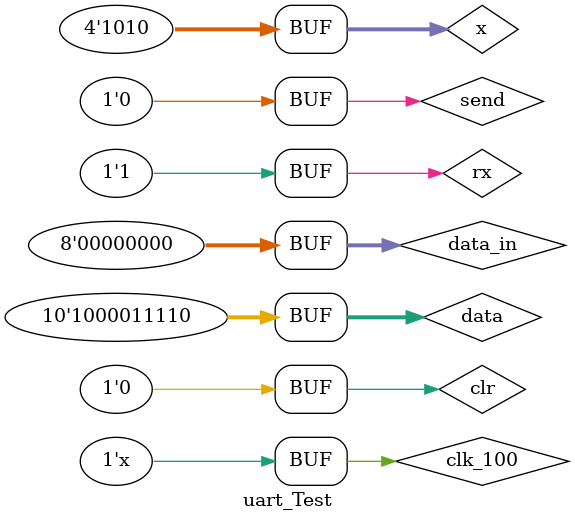
<source format=v>
`timescale 1ns / 1ps


module uart_Test;

	// Inputs
	reg clk_100;
	reg rx;
	reg [7:0] data_in;
	reg send;
	reg clr;

	// Outputs
	wire tx;
	wire led_rx;
	wire led_tx;
	wire [7:0] data_out;
	wire busy;
	wire ready;
	
	//local
	reg [9:0] data;
	reg [3:0] x;

	// Instantiate the Unit Under Test (UUT)
	uart uut (
		.clk_100(clk_100), 
		.tx(tx), 
		.rx(rx), 
		.led_rx(led_rx), 
		.led_tx(led_tx), 
		.data_in(data_in), 
		.data_out(data_out), 
		.send(send), 
		.busy(busy), 
		.clr(clr), 
		.ready(ready)
	);

	always begin
		#5 clk_100 = ~clk_100;
	end
	
	initial begin
		// Initialize Inputs
		clk_100 = 0;
		rx = 1;
		data_in = 0;
		clr = 0;
		send = 0;
		//
		//reset to finish 00100011
		#104160
      
		#1041600
		data =10'b 1000011110;
		for(x = 0 ; x<10; x= x + 1) begin
			#104160 rx=data[x];
		end	
		
		#1041600
		data =10'b 1000011110;
		for(x = 0 ; x<10; x= x + 1) begin
			#104160 rx=data[x];
		end	
		
		
		
	
		end
      
endmodule


</source>
